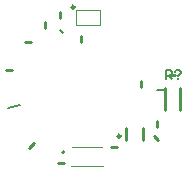
<source format=gto>
G04*
G04 #@! TF.GenerationSoftware,Altium Limited,Altium Designer,20.0.13 (296)*
G04*
G04 Layer_Color=65535*
%FSLAX25Y25*%
%MOIN*%
G70*
G01*
G75*
%ADD10C,0.00984*%
%ADD11C,0.00787*%
%ADD12C,0.00394*%
%ADD13C,0.01000*%
%ADD14C,0.00600*%
D10*
X40748Y14638D02*
G03*
X40748Y14638I-492J0D01*
G01*
X25374Y57642D02*
G03*
X25374Y57642I-492J0D01*
G01*
D11*
X21610Y8881D02*
G03*
X21610Y9668I0J394D01*
G01*
D02*
G03*
X21610Y8881I0J-394D01*
G01*
X3119Y24141D02*
X7190Y24859D01*
X52819Y30000D02*
X55181D01*
X20582Y49918D02*
X21418Y49082D01*
D12*
X24366Y10850D02*
X34602D01*
X24268Y4550D02*
X34701D01*
X26000Y51500D02*
Y56421D01*
Y51500D02*
X33874D01*
X26000Y56500D02*
X33874D01*
X34000Y51579D02*
Y56500D01*
D13*
X42447Y13431D02*
Y17368D01*
X48353Y13431D02*
Y17368D01*
X55638Y23457D02*
Y30543D01*
X60362Y23457D02*
Y30543D01*
X52999Y17500D02*
Y19500D01*
X20000Y5501D02*
X22000D01*
X9000Y46001D02*
X11000D01*
X47499Y31000D02*
Y33000D01*
X37500Y11001D02*
X39500D01*
X27499Y46000D02*
Y48000D01*
X10293Y10792D02*
X11708Y12207D01*
X51792Y14707D02*
X53207Y13292D01*
X57000Y35001D02*
X59000D01*
X2500Y36499D02*
X4500D01*
X15501Y50500D02*
Y52500D01*
X20499Y54000D02*
Y56000D01*
D14*
X55700Y33600D02*
Y36599D01*
X57200D01*
X57699Y36099D01*
Y35100D01*
X57200Y34600D01*
X55700D01*
X56700D02*
X57699Y33600D01*
X58699Y36099D02*
X59199Y36599D01*
X60199D01*
X60698Y36099D01*
Y35599D01*
X59699Y34600D01*
Y34100D02*
Y33600D01*
M02*

</source>
